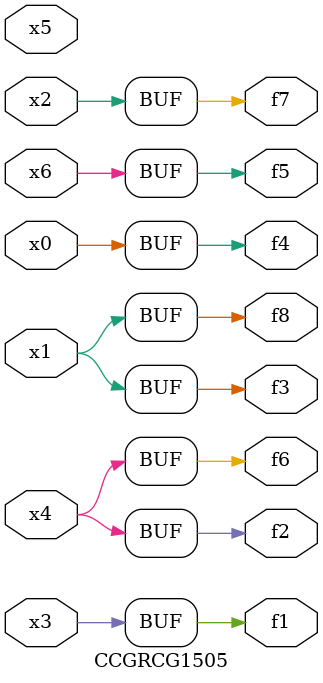
<source format=v>
module CCGRCG1505(
	input x0, x1, x2, x3, x4, x5, x6,
	output f1, f2, f3, f4, f5, f6, f7, f8
);
	assign f1 = x3;
	assign f2 = x4;
	assign f3 = x1;
	assign f4 = x0;
	assign f5 = x6;
	assign f6 = x4;
	assign f7 = x2;
	assign f8 = x1;
endmodule

</source>
